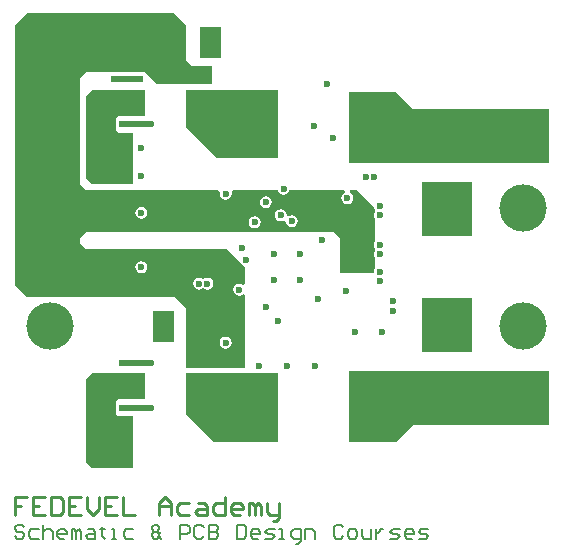
<source format=gtl>
G04*
G04 #@! TF.GenerationSoftware,Altium Limited,Altium Designer,19.0.13 (425)*
G04*
G04 Layer_Physical_Order=1*
G04 Layer_Color=255*
%FSLAX44Y44*%
%MOMM*%
G71*
G01*
G75*
%ADD10C,0.2000*%
%ADD11C,0.2540*%
%ADD12R,2.1000X0.6000*%
%ADD13R,3.8500X5.5000*%
%ADD14R,0.9000X2.5000*%
%ADD15R,2.5500X3.7500*%
%ADD23C,0.5000*%
%ADD24C,4.0000*%
%ADD25C,0.6000*%
G36*
X194895Y427000D02*
X177000D01*
Y453000D01*
X194895D01*
Y427000D01*
D02*
G37*
G36*
X165000Y455000D02*
X165000Y425000D01*
X170000Y420000D01*
X187000Y420000D01*
X187000Y405000D01*
X140000Y405000D01*
X130000Y415000D01*
X80000Y415000D01*
X75000Y410000D01*
X75000Y320000D01*
X80000Y315000D01*
X192269Y315000D01*
X193601Y313000D01*
X193402Y312000D01*
X193790Y310049D01*
X194895Y308395D01*
X196549Y307290D01*
X198500Y306902D01*
X200451Y307290D01*
X202105Y308395D01*
X203210Y310049D01*
X203598Y312000D01*
X203399Y313000D01*
X204731Y315000D01*
X242700Y315000D01*
X242790Y314549D01*
X243895Y312895D01*
X245549Y311790D01*
X247500Y311402D01*
X249451Y311790D01*
X251105Y312895D01*
X252210Y314549D01*
X252300Y315000D01*
X298902Y315000D01*
X299127Y314380D01*
X299235Y313000D01*
X297895Y312105D01*
X296790Y310451D01*
X296402Y308500D01*
X296790Y306549D01*
X297895Y304895D01*
X299549Y303790D01*
X301500Y303402D01*
X303451Y303790D01*
X305105Y304895D01*
X306210Y306549D01*
X306598Y308500D01*
X306210Y310451D01*
X305105Y312105D01*
X303765Y313000D01*
X303873Y314380D01*
X304097Y315000D01*
X310000D01*
X324126Y300874D01*
X324290Y300049D01*
X325000Y298987D01*
Y297013D01*
X324290Y295951D01*
X323902Y294000D01*
X324290Y292049D01*
X325000Y290987D01*
Y272013D01*
X324290Y270951D01*
X323902Y269000D01*
X324290Y267049D01*
X325000Y265987D01*
Y264013D01*
X324290Y262951D01*
X323902Y261000D01*
X324290Y259049D01*
X325000Y257987D01*
Y249013D01*
X324290Y247951D01*
X323902Y246000D01*
X323081Y245000D01*
X295000D01*
Y275000D01*
X290000Y280000D01*
X80000Y280000D01*
X75000Y275000D01*
Y270000D01*
X80000Y265000D01*
X200000Y265000D01*
X211973Y253027D01*
X212395Y252395D01*
X213027Y251973D01*
X215000Y250000D01*
Y235895D01*
X214897Y235800D01*
X213000Y235009D01*
X211951Y235710D01*
X210000Y236098D01*
X208049Y235710D01*
X206395Y234605D01*
X205290Y232951D01*
X204902Y231000D01*
X205290Y229049D01*
X206395Y227395D01*
X208049Y226290D01*
X210000Y225902D01*
X211951Y226290D01*
X213000Y226991D01*
X214897Y226200D01*
X215000Y226105D01*
X215000Y165000D01*
X165000Y165000D01*
X165000Y215000D01*
X155000Y225000D01*
X30000Y225000D01*
X20000Y235000D01*
X20000Y455000D01*
X30000Y465000D01*
X155000D01*
X165000Y455000D01*
D02*
G37*
G36*
X243000Y342000D02*
X191000D01*
X165000Y368000D01*
Y400000D01*
X243000D01*
Y342000D01*
D02*
G37*
G36*
X357000Y384000D02*
X472000Y384000D01*
Y338000D01*
X303000Y338000D01*
Y398000D01*
X343000D01*
X357000Y384000D01*
D02*
G37*
G36*
X130000Y378000D02*
X107500D01*
X105500Y376000D01*
X105500Y370000D01*
Y365950D01*
X105550D01*
X107500Y364000D01*
X120000Y364000D01*
X120000Y320000D01*
X85000D01*
X80000Y325000D01*
Y395000D01*
X85000Y400000D01*
X130000D01*
X130000Y378000D01*
D02*
G37*
G36*
X407000Y276000D02*
X365000D01*
Y322000D01*
X407000D01*
Y276000D01*
D02*
G37*
G36*
X155000Y187000D02*
X137105D01*
Y213000D01*
X155000D01*
Y187000D01*
D02*
G37*
G36*
X407000Y178000D02*
X365000D01*
Y224000D01*
X407000D01*
Y178000D01*
D02*
G37*
G36*
X472000Y162000D02*
Y116000D01*
X357000Y116000D01*
X343000Y102000D01*
X303000D01*
Y162000D01*
X472000Y162000D01*
D02*
G37*
G36*
X243000Y102000D02*
X189000D01*
X165000Y126000D01*
Y160000D01*
X243000Y160000D01*
Y102000D01*
D02*
G37*
G36*
X130000Y138000D02*
X107500D01*
X105500Y136000D01*
X105500Y130000D01*
Y125950D01*
X105550D01*
X107500Y124000D01*
X120000Y124000D01*
X120000Y80000D01*
X85000D01*
X80000Y85000D01*
Y155000D01*
X85000Y160000D01*
X130000D01*
X130000Y138000D01*
D02*
G37*
%LPC*%
G36*
X232500Y310098D02*
X230549Y309710D01*
X228895Y308605D01*
X227790Y306951D01*
X227402Y305000D01*
X227790Y303049D01*
X228895Y301395D01*
X230549Y300290D01*
X232500Y299902D01*
X234451Y300290D01*
X236105Y301395D01*
X237210Y303049D01*
X237598Y305000D01*
X237210Y306951D01*
X236105Y308605D01*
X234451Y309710D01*
X232500Y310098D01*
D02*
G37*
G36*
X127000Y301098D02*
X125049Y300710D01*
X123395Y299605D01*
X122290Y297951D01*
X121902Y296000D01*
X122290Y294049D01*
X123395Y292395D01*
X125049Y291290D01*
X127000Y290902D01*
X128951Y291290D01*
X130605Y292395D01*
X131710Y294049D01*
X132098Y296000D01*
X131710Y297951D01*
X130605Y299605D01*
X128951Y300710D01*
X127000Y301098D01*
D02*
G37*
G36*
X245000Y299098D02*
X243049Y298710D01*
X241395Y297605D01*
X240290Y295951D01*
X239902Y294000D01*
X240290Y292049D01*
X241395Y290395D01*
X243049Y289290D01*
X245000Y288902D01*
X246951Y289290D01*
X247493Y289652D01*
X248243Y289396D01*
X249486Y288578D01*
X249790Y287049D01*
X250895Y285395D01*
X252549Y284290D01*
X254500Y283902D01*
X256451Y284290D01*
X258105Y285395D01*
X259210Y287049D01*
X259598Y289000D01*
X259210Y290951D01*
X258105Y292605D01*
X256451Y293710D01*
X254500Y294098D01*
X252549Y293710D01*
X252007Y293348D01*
X251257Y293604D01*
X250014Y294422D01*
X249710Y295951D01*
X248605Y297605D01*
X246951Y298710D01*
X245000Y299098D01*
D02*
G37*
G36*
X223000Y293147D02*
X221049Y292759D01*
X219395Y291654D01*
X218290Y290000D01*
X217902Y288049D01*
X218290Y286098D01*
X219395Y284445D01*
X221049Y283340D01*
X223000Y282952D01*
X224951Y283340D01*
X226605Y284445D01*
X227710Y286098D01*
X228098Y288049D01*
X227710Y290000D01*
X226605Y291654D01*
X224951Y292759D01*
X223000Y293147D01*
D02*
G37*
G36*
X127000Y255098D02*
X125049Y254710D01*
X123395Y253605D01*
X122290Y251951D01*
X121902Y250000D01*
X122290Y248049D01*
X123395Y246395D01*
X125049Y245290D01*
X127000Y244902D01*
X128951Y245290D01*
X130605Y246395D01*
X131710Y248049D01*
X132098Y250000D01*
X131710Y251951D01*
X130605Y253605D01*
X128951Y254710D01*
X127000Y255098D01*
D02*
G37*
G36*
X183000Y241098D02*
X181049Y240710D01*
X179500Y239675D01*
X177951Y240710D01*
X176000Y241098D01*
X174049Y240710D01*
X172395Y239605D01*
X171290Y237951D01*
X170902Y236000D01*
X171290Y234049D01*
X172395Y232395D01*
X174049Y231290D01*
X176000Y230902D01*
X177951Y231290D01*
X179500Y232325D01*
X181049Y231290D01*
X183000Y230902D01*
X184951Y231290D01*
X186605Y232395D01*
X187710Y234049D01*
X188098Y236000D01*
X187710Y237951D01*
X186605Y239605D01*
X184951Y240710D01*
X183000Y241098D01*
D02*
G37*
G36*
X198500Y191098D02*
X196549Y190710D01*
X194895Y189605D01*
X193790Y187951D01*
X193402Y186000D01*
X193790Y184049D01*
X194895Y182395D01*
X196549Y181290D01*
X198500Y180902D01*
X200451Y181290D01*
X202105Y182395D01*
X203210Y184049D01*
X203598Y186000D01*
X203210Y187951D01*
X202105Y189605D01*
X200451Y190710D01*
X198500Y191098D01*
D02*
G37*
%LPD*%
D10*
X27997Y29997D02*
X25998Y31996D01*
X21999D01*
X20000Y29997D01*
Y27997D01*
X21999Y25998D01*
X25998D01*
X27997Y23999D01*
Y21999D01*
X25998Y20000D01*
X21999D01*
X20000Y21999D01*
X39994Y27997D02*
X33995D01*
X31996Y25998D01*
Y21999D01*
X33995Y20000D01*
X39994D01*
X43992Y31996D02*
Y20000D01*
Y25998D01*
X45992Y27997D01*
X49990D01*
X51990Y25998D01*
Y20000D01*
X61986D02*
X57988D01*
X55988Y21999D01*
Y25998D01*
X57988Y27997D01*
X61986D01*
X63986Y25998D01*
Y23999D01*
X55988D01*
X67984Y20000D02*
Y27997D01*
X69984D01*
X71983Y25998D01*
Y20000D01*
Y25998D01*
X73983Y27997D01*
X75982Y25998D01*
Y20000D01*
X81980Y27997D02*
X85979D01*
X87978Y25998D01*
Y20000D01*
X81980D01*
X79981Y21999D01*
X81980Y23999D01*
X87978D01*
X93976Y29997D02*
Y27997D01*
X91977D01*
X95975D01*
X93976D01*
Y21999D01*
X95975Y20000D01*
X101973D02*
X105972D01*
X103973D01*
Y27997D01*
X101973D01*
X119968D02*
X113970D01*
X111970Y25998D01*
Y21999D01*
X113970Y20000D01*
X119968D01*
X143960D02*
X141960Y21999D01*
X139961Y20000D01*
X137962D01*
X135962Y21999D01*
Y23999D01*
X137962Y25998D01*
X135962Y27997D01*
Y29997D01*
X137962Y31996D01*
X139961D01*
X141960Y29997D01*
Y27997D01*
X139961Y25998D01*
X141960Y23999D01*
Y21999D01*
X143960Y25998D02*
X141960Y23999D01*
X137962Y25998D02*
X139961D01*
X159955Y20000D02*
Y31996D01*
X165953D01*
X167952Y29997D01*
Y25998D01*
X165953Y23999D01*
X159955D01*
X179948Y29997D02*
X177949Y31996D01*
X173950D01*
X171951Y29997D01*
Y21999D01*
X173950Y20000D01*
X177949D01*
X179948Y21999D01*
X183947Y31996D02*
Y20000D01*
X189945D01*
X191944Y21999D01*
Y23999D01*
X189945Y25998D01*
X183947D01*
X189945D01*
X191944Y27997D01*
Y29997D01*
X189945Y31996D01*
X183947D01*
X207939D02*
Y20000D01*
X213937D01*
X215937Y21999D01*
Y29997D01*
X213937Y31996D01*
X207939D01*
X225933Y20000D02*
X221935D01*
X219935Y21999D01*
Y25998D01*
X221935Y27997D01*
X225933D01*
X227933Y25998D01*
Y23999D01*
X219935D01*
X231931Y20000D02*
X237929D01*
X239929Y21999D01*
X237929Y23999D01*
X233931D01*
X231931Y25998D01*
X233931Y27997D01*
X239929D01*
X243927Y20000D02*
X247926D01*
X245927D01*
Y27997D01*
X243927D01*
X257923Y16001D02*
X259922D01*
X261922Y18001D01*
Y27997D01*
X255924D01*
X253924Y25998D01*
Y21999D01*
X255924Y20000D01*
X261922D01*
X265920D02*
Y27997D01*
X271919D01*
X273918Y25998D01*
Y20000D01*
X297910Y29997D02*
X295911Y31996D01*
X291912D01*
X289913Y29997D01*
Y21999D01*
X291912Y20000D01*
X295911D01*
X297910Y21999D01*
X303908Y20000D02*
X307907D01*
X309906Y21999D01*
Y25998D01*
X307907Y27997D01*
X303908D01*
X301909Y25998D01*
Y21999D01*
X303908Y20000D01*
X313905Y27997D02*
Y21999D01*
X315904Y20000D01*
X321902D01*
Y27997D01*
X325901D02*
Y20000D01*
Y23999D01*
X327900Y25998D01*
X329900Y27997D01*
X331899D01*
X337897Y20000D02*
X343895D01*
X345895Y21999D01*
X343895Y23999D01*
X339897D01*
X337897Y25998D01*
X339897Y27997D01*
X345895D01*
X355891Y20000D02*
X351893D01*
X349893Y21999D01*
Y25998D01*
X351893Y27997D01*
X355891D01*
X357891Y25998D01*
Y23999D01*
X349893D01*
X361889Y20000D02*
X367887D01*
X369887Y21999D01*
X367887Y23999D01*
X363889D01*
X361889Y25998D01*
X363889Y27997D01*
X369887D01*
D11*
X30157Y55235D02*
X20000D01*
Y47618D01*
X25078D01*
X20000D01*
Y40000D01*
X45392Y55235D02*
X35235D01*
Y40000D01*
X45392D01*
X35235Y47618D02*
X40313D01*
X50470Y55235D02*
Y40000D01*
X58088D01*
X60627Y42539D01*
Y52696D01*
X58088Y55235D01*
X50470D01*
X75862D02*
X65705D01*
Y40000D01*
X75862D01*
X65705Y47618D02*
X70784D01*
X80940Y55235D02*
Y45078D01*
X86019Y40000D01*
X91097Y45078D01*
Y55235D01*
X106332D02*
X96175D01*
Y40000D01*
X106332D01*
X96175Y47618D02*
X101254D01*
X111410Y55235D02*
Y40000D01*
X121567D01*
X141881D02*
Y50157D01*
X146959Y55235D01*
X152037Y50157D01*
Y40000D01*
Y47618D01*
X141881D01*
X167272Y50157D02*
X159655D01*
X157116Y47618D01*
Y42539D01*
X159655Y40000D01*
X167272D01*
X174890Y50157D02*
X179968D01*
X182507Y47618D01*
Y40000D01*
X174890D01*
X172351Y42539D01*
X174890Y45078D01*
X182507D01*
X197743Y55235D02*
Y40000D01*
X190125D01*
X187586Y42539D01*
Y47618D01*
X190125Y50157D01*
X197743D01*
X210438Y40000D02*
X205360D01*
X202821Y42539D01*
Y47618D01*
X205360Y50157D01*
X210438D01*
X212978Y47618D01*
Y45078D01*
X202821D01*
X218056Y40000D02*
Y50157D01*
X220595D01*
X223134Y47618D01*
Y40000D01*
Y47618D01*
X225674Y50157D01*
X228213Y47618D01*
Y40000D01*
X233291Y50157D02*
Y42539D01*
X235830Y40000D01*
X243448D01*
Y37461D01*
X240909Y34922D01*
X238369D01*
X243448Y40000D02*
Y50157D01*
D12*
X118000Y169050D02*
D03*
Y156350D02*
D03*
Y143650D02*
D03*
Y130950D02*
D03*
X176000Y169050D02*
D03*
Y156350D02*
D03*
Y143650D02*
D03*
Y130950D02*
D03*
Y370950D02*
D03*
Y383650D02*
D03*
Y396350D02*
D03*
Y409050D02*
D03*
X118000Y370950D02*
D03*
Y383650D02*
D03*
Y396350D02*
D03*
Y409050D02*
D03*
D13*
X322750Y130000D02*
D03*
X223250D02*
D03*
X223250Y370000D02*
D03*
X322750D02*
D03*
D14*
X150500Y200000D02*
D03*
X181500D02*
D03*
Y440000D02*
D03*
X150500D02*
D03*
D15*
X386000Y143000D02*
D03*
Y197000D02*
D03*
Y357000D02*
D03*
Y303000D02*
D03*
D23*
X104000Y409000D02*
X121680D01*
X121730Y409050D01*
Y169050D02*
X135000D01*
X121730Y130950D02*
X135000D01*
X121730Y370950D02*
X135000D01*
D24*
X50000Y300000D02*
D03*
Y200000D02*
D03*
X450000Y360000D02*
D03*
Y140000D02*
D03*
Y300000D02*
D03*
Y200000D02*
D03*
D25*
X104000Y409000D02*
D03*
Y395000D02*
D03*
X192000Y131000D02*
D03*
X104000Y145000D02*
D03*
Y155000D02*
D03*
X95000Y145000D02*
D03*
X85000Y155000D02*
D03*
Y135000D02*
D03*
X95000Y125000D02*
D03*
X85000Y115000D02*
D03*
X105000D02*
D03*
X95000Y105000D02*
D03*
X85000Y95000D02*
D03*
X105000D02*
D03*
X95000Y85000D02*
D03*
X115000D02*
D03*
Y105000D02*
D03*
Y345000D02*
D03*
Y325000D02*
D03*
X95000D02*
D03*
X105000Y335000D02*
D03*
X85000D02*
D03*
X95000Y345000D02*
D03*
X105000Y355000D02*
D03*
X85000D02*
D03*
X95000Y365000D02*
D03*
X85000Y375000D02*
D03*
Y395000D02*
D03*
X95000Y385000D02*
D03*
X104000D02*
D03*
X176000Y236000D02*
D03*
X183000D02*
D03*
X340000Y221000D02*
D03*
Y213000D02*
D03*
X329000Y246000D02*
D03*
Y238000D02*
D03*
X329000Y269000D02*
D03*
Y261000D02*
D03*
X329000Y294000D02*
D03*
X324000Y326000D02*
D03*
X317000D02*
D03*
X378000Y220000D02*
D03*
X369000Y186000D02*
D03*
Y206000D02*
D03*
X394000Y220000D02*
D03*
X403000Y206000D02*
D03*
Y186000D02*
D03*
X369000Y314000D02*
D03*
Y294000D02*
D03*
X378000Y280000D02*
D03*
X403000Y294000D02*
D03*
Y314000D02*
D03*
X394000Y280000D02*
D03*
X141000Y200000D02*
D03*
Y191000D02*
D03*
Y209000D02*
D03*
X191000Y431000D02*
D03*
Y449000D02*
D03*
X254500Y289000D02*
D03*
X223000Y288049D02*
D03*
X125000Y285000D02*
D03*
X280000Y273000D02*
D03*
X289000Y359000D02*
D03*
X300500Y230000D02*
D03*
X311000Y253000D02*
D03*
X329000Y302000D02*
D03*
X301500Y308500D02*
D03*
X239000Y261000D02*
D03*
X261000D02*
D03*
X239000Y239000D02*
D03*
X245000Y294000D02*
D03*
X386000Y380000D02*
D03*
Y120000D02*
D03*
X216000Y256000D02*
D03*
X210000Y231000D02*
D03*
X212000Y266000D02*
D03*
X232500Y305000D02*
D03*
X233000Y216000D02*
D03*
X192000Y370950D02*
D03*
X135000Y130950D02*
D03*
Y169050D02*
D03*
Y370950D02*
D03*
X191000Y440000D02*
D03*
X284000Y405000D02*
D03*
X261000Y239000D02*
D03*
X247500Y316500D02*
D03*
X330500Y195500D02*
D03*
X250000Y166000D02*
D03*
X273500Y369500D02*
D03*
X274000Y166000D02*
D03*
X227000D02*
D03*
X127000Y296000D02*
D03*
Y327000D02*
D03*
Y351000D02*
D03*
X198500Y312000D02*
D03*
X127000Y250000D02*
D03*
X277000Y223000D02*
D03*
X308000Y195500D02*
D03*
X243000Y204000D02*
D03*
X198500Y186000D02*
D03*
M02*

</source>
